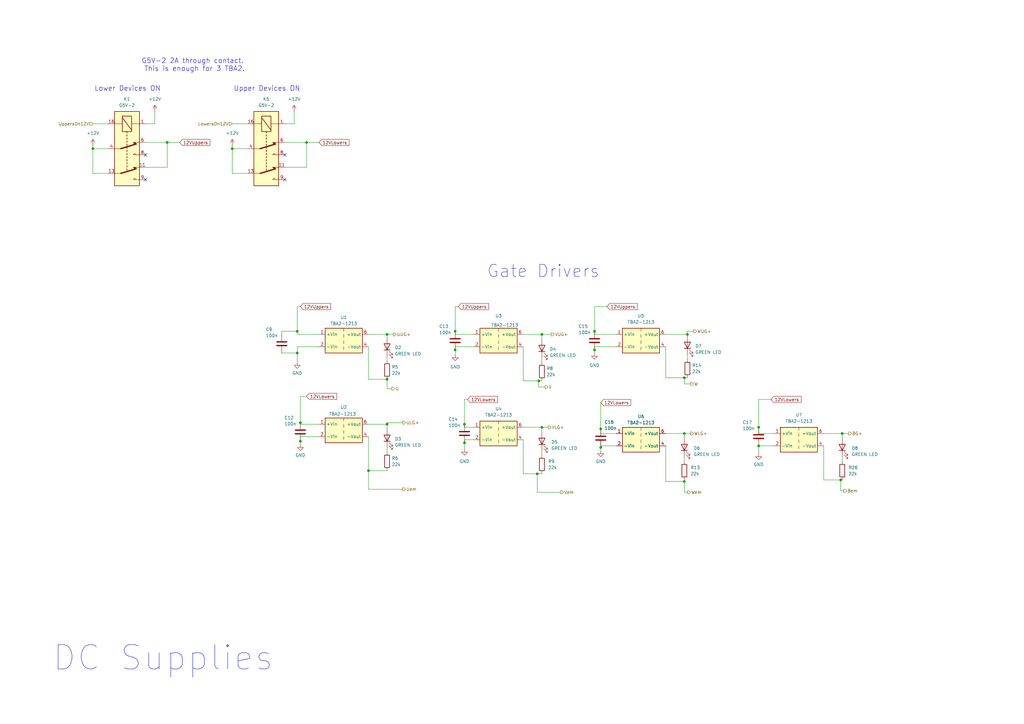
<source format=kicad_sch>
(kicad_sch (version 20231120) (generator "eeschema") (generator_version "8.0")
  (paper "A3")
  (title_block (title "GAVIM V4 TEST 137") (date "2024-06-25") (rev "04.02") (company "Nidec Drives"))
  (lib_symbols
    (symbol "Converter_DCDC:TBA2-1213"
      (property "Reference" "U" (at -6.35 6.35 0))
      (property "Value" "TBA2-1213" (at 2.54 6.35 0))
      (symbol "TBA2-1213_0_1"
        (rectangle (start -7.62 5.08) (end 7.62 -5.08) (stroke (width 0.254)) (fill (type background)))
        (polyline (pts (xy 0 -2.54) (xy 0 -3.81)))
        (polyline (pts (xy 0 0) (xy 0 -1.27)))
        (polyline (pts (xy 0 2.54) (xy 0 1.27)))
        (polyline (pts (xy 0 5.08) (xy 0 3.81)))
      )
      (symbol "TBA2-1213_1_1"
        (pin power_in line (at -10.16 2.54 0) (length 2.54) (name "+Vin") (number "1"))
        (pin power_in line (at -10.16 -2.54 0) (length 2.54) (name "-Vin") (number "2"))
        (pin power_out line (at 10.16 -2.54 180) (length 2.54) (name "-Vout") (number "4"))
        (pin power_out line (at 10.16 2.54 180) (length 2.54) (name "+Vout") (number "6"))
      )
    )
    (symbol "Device:C" (pin_numbers hide) (pin_names (offset 0.254))
      (property "Reference" "C" (at 0.635 2.54 0))
      (property "Value" "C" (at 0.635 -2.54 0))
      (symbol "C_0_1"
        (polyline (pts (xy -2.032 -0.762) (xy 2.032 -0.762)) (stroke (width 0.508)))
        (polyline (pts (xy -2.032 0.762) (xy 2.032 0.762)) (stroke (width 0.508)))
      )
      (symbol "C_1_1"
        (pin passive line (at 0 3.81 270) (length 2.794) (name "~") (number "1"))
        (pin passive line (at 0 -3.81 90) (length 2.794) (name "~") (number "2"))
      )
    )
    (symbol "Device:LED" (pin_numbers hide) (pin_names (offset 1.016) hide)
      (property "Reference" "D" (at 0 2.54 0))
      (property "Value" "LED" (at 0 -2.54 0))
      (symbol "LED_0_1"
        (polyline (pts (xy -1.27 -1.27) (xy -1.27 1.27)) (stroke (width 0.254)))
        (polyline (pts (xy -1.27 0) (xy 1.27 0)))
        (polyline (pts (xy 1.27 -1.27) (xy 1.27 1.27) (xy -1.27 0) (xy 1.27 -1.27)) (stroke (width 0.254)))
        (polyline (pts (xy -3.048 -0.762) (xy -4.572 -2.286) (xy -3.81 -2.286) (xy -4.572 -2.286) (xy -4.572 -1.524)))
        (polyline (pts (xy -1.778 -0.762) (xy -3.302 -2.286) (xy -2.54 -2.286) (xy -3.302 -2.286) (xy -3.302 -1.524)))
      )
      (symbol "LED_1_1"
        (pin passive line (at -3.81 0 0) (length 2.54) (name "K") (number "1"))
        (pin passive line (at 3.81 0 180) (length 2.54) (name "A") (number "2"))
      )
    )
    (symbol "Device:R" (pin_numbers hide) (pin_names (offset 0))
      (property "Reference" "R" (at 2.032 0 90))
      (property "Value" "R" (at 0 0 90))
      (symbol "R_0_1"
        (rectangle (start -1.016 -2.54) (end 1.016 2.54) (stroke (width 0.254)))
      )
      (symbol "R_1_1"
        (pin passive line (at 0 3.81 270) (length 1.27) (name "~") (number "1"))
        (pin passive line (at 0 -3.81 90) (length 1.27) (name "~") (number "2"))
      )
    )
    (symbol "Relay:G5V-2"
      (property "Reference" "K" (at 16.51 3.81 0))
      (property "Value" "G5V-2" (at 16.51 1.27 0))
      (symbol "G5V-2_0_1"
        (rectangle (start -15.24 5.08) (end 15.24 -5.08) (stroke (width 0.254)) (fill (type background)))
        (rectangle (start -13.335 1.905) (end -6.985 -1.905) (stroke (width 0.254)))
        (polyline (pts (xy -12.7 -1.905) (xy -7.62 1.905)) (stroke (width 0.254)))
        (polyline (pts (xy -10.16 -5.08) (xy -10.16 -1.905)))
        (polyline (pts (xy -10.16 5.08) (xy -10.16 1.905)))
        (polyline (pts (xy -6.985 0) (xy -6.35 0)) (stroke (width 0.254)))
        (polyline (pts (xy -5.715 0) (xy -5.08 0)) (stroke (width 0.254)))
        (polyline (pts (xy -4.445 0) (xy -3.81 0)) (stroke (width 0.254)))
        (polyline (pts (xy -3.175 0) (xy -2.54 0)) (stroke (width 0.254)))
        (polyline (pts (xy -1.905 0) (xy -1.27 0)) (stroke (width 0.254)))
        (polyline (pts (xy -0.635 0) (xy 0 0)) (stroke (width 0.254)))
        (polyline (pts (xy 0 -2.54) (xy -1.905 3.81)) (stroke (width 0.508)))
        (polyline (pts (xy 0 -2.54) (xy 0 -5.08)))
        (polyline (pts (xy 0.635 0) (xy 1.27 0)) (stroke (width 0.254)))
        (polyline (pts (xy 1.905 0) (xy 2.54 0)) (stroke (width 0.254)))
        (polyline (pts (xy 3.175 0) (xy 3.81 0)) (stroke (width 0.254)))
        (polyline (pts (xy 4.445 0) (xy 5.08 0)) (stroke (width 0.254)))
        (polyline (pts (xy 5.715 0) (xy 6.35 0)) (stroke (width 0.254)))
        (polyline (pts (xy 6.985 0) (xy 7.62 0)) (stroke (width 0.254)))
        (polyline (pts (xy 8.255 0) (xy 8.89 0)) (stroke (width 0.254)))
        (polyline (pts (xy 10.16 -2.54) (xy 8.255 3.81)) (stroke (width 0.508)))
        (polyline (pts (xy 10.16 -2.54) (xy 10.16 -5.08)))
        (polyline (pts (xy -2.54 5.08) (xy -2.54 2.54) (xy -1.905 3.175) (xy -2.54 3.81)) (fill (type outline)))
        (polyline (pts (xy 2.54 5.08) (xy 2.54 2.54) (xy 1.905 3.175) (xy 2.54 3.81)))
        (polyline (pts (xy 7.62 5.08) (xy 7.62 2.54) (xy 8.255 3.175) (xy 7.62 3.81)) (fill (type outline)))
        (polyline (pts (xy 12.7 5.08) (xy 12.7 2.54) (xy 12.065 3.175) (xy 12.7 3.81)))
      )
      (symbol "G5V-2_1_1"
        (pin passive line (at -10.16 7.62 270) (length 2.54) (name "~") (number "1"))
        (pin passive line (at 7.62 7.62 270) (length 2.54) (name "~") (number "11"))
        (pin passive line (at 10.16 -7.62 90) (length 2.54) (name "~") (number "13"))
        (pin passive line (at -10.16 -7.62 90) (length 2.54) (name "~") (number "16"))
        (pin passive line (at 0 -7.62 90) (length 2.54) (name "~") (number "4"))
        (pin passive line (at -2.54 7.62 270) (length 2.54) (name "~") (number "6"))
        (pin passive line (at 2.54 7.62 270) (length 2.54) (name "~") (number "8"))
        (pin passive line (at 12.7 7.62 270) (length 2.54) (name "~") (number "9"))
      )
    )
    (symbol "power:+12V" (power) (pin_numbers hide) (pin_names (offset 0) hide)
      (property "Value" "+12V" (at 0 3.556 0))
      (symbol "+12V_0_1"
        (polyline (pts (xy -0.762 1.27) (xy 0 2.54)))
        (polyline (pts (xy 0 0) (xy 0 2.54)))
        (polyline (pts (xy 0 2.54) (xy 0.762 1.27)))
      )
      (symbol "+12V_1_1"
        (pin power_in line (at 0 0 90) (length 0) (name "~") (number "1"))
      )
    )
    (symbol "power:GND" (power) (pin_names (offset 0))
      (property "Value" "GND" (at 0 -3.81 0))
      (symbol "GND_0_1"
        (polyline (pts (xy 0 0) (xy 0 -1.27) (xy 1.27 -1.27) (xy 0 -2.54) (xy -1.27 -1.27) (xy 0 -1.27)))
      )
      (symbol "GND_1_1"
        (pin power_in line (at 0 0 270) (length 0) hide (name "GND") (number "1"))
      )
    )
  )
  (junction (at 222.25 175.26))
  (junction (at 123.19 173.355))
  (junction (at 151.13 193.04))
  (junction (at 311.15 175.26))
  (junction (at 243.84 143.51))
  (junction (at 68.58 58.42))
  (junction (at 158.75 137.16))
  (junction (at 222.25 137.16))
  (junction (at 121.92 144.78))
  (junction (at 190.5 173.99))
  (junction (at 121.92 135.89))
  (junction (at 123.19 180.975))
  (junction (at 186.69 143.51))
  (junction (at 220.345 194.31))
  (junction (at 246.38 183.515))
  (junction (at 38.1 60.96))
  (junction (at 186.69 135.89))
  (junction (at 158.75 173.99))
  (junction (at 125.73 58.42))
  (junction (at 246.38 175.895))
  (junction (at 345.44 177.8))
  (junction (at 280.67 197.485))
  (junction (at 220.98 156.21))
  (junction (at 281.94 137.16))
  (junction (at 95.25 60.96))
  (junction (at 190.5 181.61))
  (junction (at 311.15 182.88))
  (junction (at 158.75 155.575))
  (junction (at 243.84 135.89))
  (junction (at 280.67 154.94))
  (junction (at 280.67 177.8))
  (junction (at 344.805 196.85))
  (no_connect (at 59.69 73.66))
  (no_connect (at 116.84 63.5))
  (no_connect (at 59.69 63.5))
  (no_connect (at 116.84 73.66))
  (wire (pts (xy 151.13 193.04) (xy 151.13 200.66)))
  (wire (pts (xy 345.44 196.85) (xy 344.805 196.85)))
  (wire (pts (xy 116.84 58.42) (xy 125.73 58.42)))
  (wire (pts (xy 280.67 157.48) (xy 280.67 154.94)))
  (wire (pts (xy 194.31 137.16) (xy 186.69 137.16)))
  (wire (pts (xy 243.84 125.73) (xy 243.84 135.89)))
  (wire (pts (xy 243.84 144.78) (xy 243.84 143.51)))
  (wire (pts (xy 281.94 137.16) (xy 281.94 135.89)))
  (wire (pts (xy 59.69 68.58) (xy 68.58 68.58)))
  (wire (pts (xy 345.44 179.705) (xy 345.44 177.8)))
  (wire (pts (xy 151.13 200.66) (xy 165.1 200.66)))
  (wire (pts (xy 116.84 68.58) (xy 125.73 68.58)))
  (wire (pts (xy 121.92 137.16) (xy 130.81 137.16)))
  (wire (pts (xy 95.25 71.12) (xy 101.6 71.12)))
  (wire (pts (xy 190.5 180.34) (xy 194.31 180.34)))
  (wire (pts (xy 345.44 189.23) (xy 345.44 187.325)))
  (wire (pts (xy 121.92 135.89) (xy 121.92 137.16)))
  (wire (pts (xy 281.94 147.32) (xy 281.94 145.415)))
  (wire (pts (xy 158.75 173.99) (xy 151.13 173.99)))
  (wire (pts (xy 246.38 182.88) (xy 252.73 182.88)))
  (wire (pts (xy 123.19 125.73) (xy 121.92 125.73)))
  (wire (pts (xy 123.19 162.56) (xy 123.19 173.355)))
  (wire (pts (xy 158.75 173.355) (xy 158.75 173.99)))
  (wire (pts (xy 346.075 201.295) (xy 344.805 201.295)))
  (wire (pts (xy 273.05 197.485) (xy 280.67 197.485)))
  (wire (pts (xy 214.63 156.21) (xy 214.63 142.24)))
  (wire (pts (xy 38.1 71.12) (xy 44.45 71.12)))
  (wire (pts (xy 190.5 184.15) (xy 190.5 181.61)))
  (wire (pts (xy 273.05 182.88) (xy 273.05 197.485)))
  (wire (pts (xy 280.67 197.485) (xy 280.67 201.93)))
  (wire (pts (xy 123.19 182.245) (xy 123.19 180.975)))
  (wire (pts (xy 222.25 194.31) (xy 220.345 194.31)))
  (wire (pts (xy 158.75 147.955) (xy 158.75 146.05)))
  (wire (pts (xy 220.345 194.31) (xy 214.63 194.31)))
  (wire (pts (xy 123.19 180.975) (xy 123.19 179.07)))
  (wire (pts (xy 280.67 179.705) (xy 280.67 177.8)))
  (wire (pts (xy 95.25 60.96) (xy 101.6 60.96)))
  (wire (pts (xy 187.96 125.73) (xy 186.69 125.73)))
  (wire (pts (xy 246.38 183.515) (xy 246.38 182.88)))
  (wire (pts (xy 311.15 177.8) (xy 311.15 175.26)))
  (wire (pts (xy 273.05 154.94) (xy 273.05 142.24)))
  (wire (pts (xy 316.23 163.83) (xy 311.15 163.83)))
  (wire (pts (xy 220.98 156.21) (xy 214.63 156.21)))
  (wire (pts (xy 68.58 68.58) (xy 68.58 58.42)))
  (wire (pts (xy 280.67 154.94) (xy 273.05 154.94)))
  (wire (pts (xy 252.73 177.8) (xy 246.38 177.8)))
  (wire (pts (xy 317.5 177.8) (xy 311.15 177.8)))
  (wire (pts (xy 121.92 142.24) (xy 130.81 142.24)))
  (wire (pts (xy 186.69 142.24) (xy 194.31 142.24)))
  (wire (pts (xy 311.15 186.055) (xy 311.15 182.88)))
  (wire (pts (xy 345.44 177.8) (xy 337.82 177.8)))
  (wire (pts (xy 344.805 196.85) (xy 337.82 196.85)))
  (wire (pts (xy 222.25 137.16) (xy 226.06 137.16)))
  (wire (pts (xy 123.19 179.07) (xy 130.81 179.07)))
  (wire (pts (xy 222.25 137.16) (xy 214.63 137.16)))
  (wire (pts (xy 158.75 138.43) (xy 158.75 137.16)))
  (wire (pts (xy 95.25 50.8) (xy 101.6 50.8)))
  (wire (pts (xy 63.5 45.72) (xy 63.5 50.8)))
  (wire (pts (xy 248.92 125.73) (xy 243.84 125.73)))
  (wire (pts (xy 68.58 58.42) (xy 73.66 58.42)))
  (wire (pts (xy 222.25 156.21) (xy 220.98 156.21)))
  (wire (pts (xy 243.84 142.24) (xy 252.73 142.24)))
  (wire (pts (xy 121.92 125.73) (xy 121.92 135.89)))
  (wire (pts (xy 280.67 177.8) (xy 283.21 177.8)))
  (wire (pts (xy 158.75 185.42) (xy 158.75 183.515)))
  (wire (pts (xy 123.19 173.99) (xy 123.19 173.355)))
  (wire (pts (xy 222.25 186.69) (xy 222.25 184.785)))
  (wire (pts (xy 125.73 162.56) (xy 123.19 162.56)))
  (wire (pts (xy 311.15 182.88) (xy 317.5 182.88)))
  (wire (pts (xy 160.655 159.385) (xy 158.75 159.385)))
  (wire (pts (xy 246.38 184.785) (xy 246.38 183.515)))
  (wire (pts (xy 280.67 189.23) (xy 280.67 187.325)))
  (wire (pts (xy 63.5 50.8) (xy 59.69 50.8)))
  (wire (pts (xy 115.57 144.78) (xy 121.92 144.78)))
  (wire (pts (xy 220.98 158.75) (xy 223.52 158.75)))
  (wire (pts (xy 222.25 175.26) (xy 214.63 175.26)))
  (wire (pts (xy 95.25 71.12) (xy 95.25 60.96)))
  (wire (pts (xy 280.67 177.8) (xy 273.05 177.8)))
  (wire (pts (xy 345.44 177.8) (xy 347.98 177.8)))
  (wire (pts (xy 222.25 148.59) (xy 222.25 146.685)))
  (wire (pts (xy 281.94 137.795) (xy 281.94 137.16)))
  (wire (pts (xy 186.69 125.73) (xy 186.69 135.89)))
  (wire (pts (xy 281.94 135.89) (xy 284.48 135.89)))
  (wire (pts (xy 158.75 137.16) (xy 151.13 137.16)))
  (wire (pts (xy 190.5 175.26) (xy 190.5 173.99)))
  (wire (pts (xy 246.38 177.8) (xy 246.38 175.895)))
  (wire (pts (xy 151.13 193.04) (xy 151.13 179.07)))
  (wire (pts (xy 243.84 137.16) (xy 252.73 137.16)))
  (wire (pts (xy 158.75 137.16) (xy 161.29 137.16)))
  (wire (pts (xy 222.25 177.165) (xy 222.25 175.26)))
  (wire (pts (xy 186.69 137.16) (xy 186.69 135.89)))
  (wire (pts (xy 222.25 139.065) (xy 222.25 137.16)))
  (wire (pts (xy 120.65 45.72) (xy 120.65 50.8)))
  (wire (pts (xy 337.82 196.85) (xy 337.82 182.88)))
  (wire (pts (xy 191.77 163.83) (xy 190.5 163.83)))
  (wire (pts (xy 281.94 201.93) (xy 280.67 201.93)))
  (wire (pts (xy 280.67 157.48) (xy 283.21 157.48)))
  (wire (pts (xy 190.5 181.61) (xy 190.5 180.34)))
  (wire (pts (xy 158.75 159.385) (xy 158.75 155.575)))
  (wire (pts (xy 220.345 201.93) (xy 229.87 201.93)))
  (wire (pts (xy 280.67 196.85) (xy 280.67 197.485)))
  (wire (pts (xy 344.805 201.295) (xy 344.805 196.85)))
  (wire (pts (xy 222.25 175.26) (xy 224.79 175.26)))
  (wire (pts (xy 59.69 58.42) (xy 68.58 58.42)))
  (wire (pts (xy 125.73 68.58) (xy 125.73 58.42)))
  (wire (pts (xy 120.65 50.8) (xy 116.84 50.8)))
  (wire (pts (xy 220.345 201.93) (xy 220.345 194.31)))
  (wire (pts (xy 158.75 155.575) (xy 151.13 155.575)))
  (wire (pts (xy 130.81 173.99) (xy 123.19 173.99)))
  (wire (pts (xy 243.84 137.16) (xy 243.84 135.89)))
  (wire (pts (xy 281.94 154.94) (xy 280.67 154.94)))
  (wire (pts (xy 38.1 60.96) (xy 44.45 60.96)))
  (wire (pts (xy 38.1 71.12) (xy 38.1 60.96)))
  (wire (pts (xy 190.5 163.83) (xy 190.5 173.99)))
  (wire (pts (xy 121.92 142.24) (xy 121.92 144.78)))
  (wire (pts (xy 158.75 173.99) (xy 158.75 175.895)))
  (wire (pts (xy 121.92 135.89) (xy 115.57 135.89)))
  (wire (pts (xy 311.15 163.83) (xy 311.15 175.26)))
  (wire (pts (xy 194.31 175.26) (xy 190.5 175.26)))
  (wire (pts (xy 281.94 137.16) (xy 273.05 137.16)))
  (wire (pts (xy 243.84 143.51) (xy 243.84 142.24)))
  (wire (pts (xy 151.13 155.575) (xy 151.13 142.24)))
  (wire (pts (xy 38.1 50.8) (xy 44.45 50.8)))
  (wire (pts (xy 186.69 145.415) (xy 186.69 143.51)))
  (wire (pts (xy 165.1 173.355) (xy 158.75 173.355)))
  (wire (pts (xy 121.92 148.59) (xy 121.92 144.78)))
  (wire (pts (xy 186.69 143.51) (xy 186.69 142.24)))
  (wire (pts (xy 151.13 193.04) (xy 158.75 193.04)))
  (wire (pts (xy 214.63 194.31) (xy 214.63 180.34)))
  (wire (pts (xy 38.1 59.69) (xy 38.1 60.96)))
  (wire (pts (xy 125.73 58.42) (xy 130.81 58.42)))
  (wire (pts (xy 220.98 156.21) (xy 220.98 158.75)))
  (wire (pts (xy 115.57 135.89) (xy 115.57 137.16)))
  (wire (pts (xy 95.25 59.69) (xy 95.25 60.96)))
  (wire (pts (xy 246.38 165.1) (xy 246.38 175.895)))
  (text "Upper Devices ON" (at 109.474 37.592 0) (effects (font (size 2 2)) (justify bottom)))
  (text "Gate Drivers" (at 199.644 114.3 0) (effects (font (size 5 5)) (justify left bottom)))
  (text "DC Supplies" (at 21.336 275.844 0) (effects (font (size 10 10)) (justify left bottom)))
  (text "Lower Devices ON\n" (at 52.324 37.592 0) (effects (font (size 2 2)) (justify bottom)))
  (text "G5V-2 2A through contact. \nThis is enough for 3 TBA2." (at 79.756 29.464 0) (effects (font (size 2 2)) (justify bottom)))
  (global_label "12VLowers" (shape input) (at 246.38 165.1 0) (property "Intersheetrefs" "${INTERSHEET_REFS}" (effects (hide yes))))
  (global_label "12VLowers" (shape input) (at 125.73 162.56 0) (property "Intersheetrefs" "${INTERSHEET_REFS}" (effects (hide yes))))
  (global_label "12VLowers" (shape input) (at 130.81 58.42 0) (property "Intersheetrefs" "${INTERSHEET_REFS}" (effects (hide yes))))
  (global_label "12VUppers" (shape input) (at 123.19 125.73 0) (property "Intersheetrefs" "${INTERSHEET_REFS}" (effects (hide yes))))
  (global_label "12VUppers" (shape input) (at 73.66 58.42 0) (property "Intersheetrefs" "${INTERSHEET_REFS}" (effects (hide yes))))
  (global_label "12VUppers" (shape input) (at 248.92 125.73 0) (property "Intersheetrefs" "${INTERSHEET_REFS}" (effects (hide yes))))
  (global_label "12VLowers" (shape input) (at 316.23 163.83 0) (property "Intersheetrefs" "${INTERSHEET_REFS}" (effects (hide yes))))
  (global_label "12VLowers" (shape input) (at 191.77 163.83 0) (property "Intersheetrefs" "${INTERSHEET_REFS}" (effects (hide yes))))
  (global_label "12VUppers" (shape input) (at 187.96 125.73 0) (property "Intersheetrefs" "${INTERSHEET_REFS}" (effects (hide yes))))
  (hierarchical_label "ULG+" (shape output) (at 165.1 173.355 0))
  (hierarchical_label "Bem" (shape output) (at 346.075 201.295 0))
  (hierarchical_label "V" (shape output) (at 223.52 158.75 0))
  (hierarchical_label "UUG+" (shape output) (at 161.29 137.16 0))
  (hierarchical_label "LowersOn12V" (shape input) (at 95.25 50.8 180))
  (hierarchical_label "UppersOn12V" (shape input) (at 38.1 50.8 180))
  (hierarchical_label "VLG+" (shape output) (at 224.79 175.26 0))
  (hierarchical_label "WLG+" (shape output) (at 283.21 177.8 0))
  (hierarchical_label "WUG+" (shape output) (at 284.48 135.89 0))
  (hierarchical_label "VUG+" (shape output) (at 226.06 137.16 0))
  (hierarchical_label "BG+" (shape output) (at 347.98 177.8 0))
  (hierarchical_label "Uem" (shape output) (at 165.1 200.66 0))
  (hierarchical_label "W" (shape output) (at 283.21 157.48 0))
  (hierarchical_label "U" (shape output) (at 160.655 159.385 0))
  (hierarchical_label "Wem" (shape output) (at 281.94 201.93 0))
  (hierarchical_label "Vem" (shape output) (at 229.87 201.93 0))
  (symbol (lib_id "Device:C") (at 311.15 179.07 0) (unit 1)
    (property "Reference" "C17" (at 304.546 173.228 0) (effects (justify left)))
    (property "Value" "100n" (at 304.546 175.768 0) (effects (justify left)))
    (property "Footprint" "Capacitor_SMD:C_0603_1608Metric_Pad1.08x0.95mm_HandSolder" (effects (hide yes)))
    (property "Description" "Unpolarized capacitor" (effects (hide yes)))
    (property "CT Part Number" "1425-6104" (effects (hide yes)))
  )
  (symbol (lib_id "Device:C") (at 246.38 179.705 0) (unit 1)
    (property "Reference" "C16" (at 247.904 173.101 0) (effects (justify left)))
    (property "Value" "100n" (at 247.904 175.641 0) (effects (justify left)))
    (property "Footprint" "Capacitor_SMD:C_0603_1608Metric_Pad1.08x0.95mm_HandSolder" (effects (hide yes)))
    (property "Description" "Unpolarized capacitor" (effects (hide yes)))
    (property "CT Part Number" "1425-6104" (effects (hide yes)))
  )
  (symbol (lib_id "Device:LED") (at 158.75 142.24 90) (unit 1)
    (property "Reference" "D2" (at 161.925 142.5575 90) (effects (justify right)))
    (property "Value" "GREEN LED" (at 161.925 145.0975 90) (effects (justify right)))
    (property "Footprint" "LED_THT:LED_D4.0mm" (effects (hide yes)))
    (property "CT Part Number" "N/A" (effects (hide yes)))
  )
  (symbol (lib_id "power:+12V") (at 95.25 59.69 0) (unit 1)
    (property "Reference" "#PWR025" (effects (hide yes)))
    (property "Value" "+12V" (at 95.25 54.61 0))
    (property "Description" "Power symbol creates a global label with name \"+12V\"" (effects (hide yes)))
  )
  (symbol (lib_id "power:+12V") (at 38.1 59.69 0) (unit 1)
    (property "Reference" "#PWR07" (effects (hide yes)))
    (property "Value" "+12V" (at 38.1 54.61 0))
    (property "Description" "Power symbol creates a global label with name \"+12V\"" (effects (hide yes)))
  )
  (symbol (lib_id "Device:C") (at 123.19 177.165 0) (unit 1)
    (property "Reference" "C12" (at 116.586 171.323 0) (effects (justify left)))
    (property "Value" "100n" (at 116.586 173.863 0) (effects (justify left)))
    (property "Footprint" "Capacitor_SMD:C_0603_1608Metric_Pad1.08x0.95mm_HandSolder" (effects (hide yes)))
    (property "Description" "Unpolarized capacitor" (effects (hide yes)))
    (property "CT Part Number" "1425-6104" (effects (hide yes)))
  )
  (symbol (lib_id "Converter_DCDC:TBA2-1213") (at 262.89 139.7 0) (unit 1)
    (property "Reference" "U5" (at 262.89 129.54 0))
    (property "Value" "TBA2-1213" (at 262.89 132.08 0))
    (property "Footprint" "Imported Parts:TBA21213" (effects (hide yes)))
    (property "Datasheet" "https://www.tracopower.com/products/tba2.pdf" (effects (hide yes)))
    (property "Description" "2W DC/DC converter unregulated, 10.8-13.2V input, 15V fixed output voltage, 130mA output, 1.5kVDC isolation, SIP-7" (effects (hide yes)))
    (property "CT Part Number" "3220-0530" (effects (hide yes)))
    (property "Link (Ext)" "https://www.mouser.co.uk/ProductDetail/TRACO-Power/TBA-2-1213?qs=byeeYqUIh0MnO2txlPZwMQ%3D%3D" (effects (hide yes)))
  )
  (symbol (lib_id "Device:LED") (at 281.94 141.605 90) (unit 1)
    (property "Reference" "D7" (at 285.115 141.9225 90) (effects (justify right)))
    (property "Value" "GREEN LED" (at 285.115 144.4625 90) (effects (justify right)))
    (property "Footprint" "LED_THT:LED_D4.0mm" (effects (hide yes)))
    (property "CT Part Number" "N/A" (effects (hide yes)))
  )
  (symbol (lib_id "Device:LED") (at 222.25 180.975 90) (unit 1)
    (property "Reference" "D5" (at 226.06 181.2925 90) (effects (justify right)))
    (property "Value" "GREEN LED" (at 226.06 183.8325 90) (effects (justify right)))
    (property "Footprint" "LED_THT:LED_D4.0mm" (effects (hide yes)))
    (property "CT Part Number" "N/A" (effects (hide yes)))
  )
  (symbol (lib_id "Device:C") (at 186.69 139.7 0) (unit 1)
    (property "Reference" "C13" (at 180.086 133.858 0) (effects (justify left)))
    (property "Value" "100n" (at 180.086 136.398 0) (effects (justify left)))
    (property "Footprint" "Capacitor_SMD:C_0603_1608Metric_Pad1.08x0.95mm_HandSolder" (effects (hide yes)))
    (property "Description" "Unpolarized capacitor" (effects (hide yes)))
    (property "CT Part Number" "1425-6104" (effects (hide yes)))
  )
  (symbol (lib_id "Converter_DCDC:TBA2-1213") (at 262.89 180.34 0) (unit 1)
    (property "Reference" "U6" (at 262.89 170.815 0))
    (property "Value" "TBA2-1213" (at 262.89 173.355 0))
    (property "Footprint" "Imported Parts:TBA21213" (effects (hide yes)))
    (property "Datasheet" "https://www.tracopower.com/products/tba2.pdf" (effects (hide yes)))
    (property "Description" "2W DC/DC converter unregulated, 10.8-13.2V input, 15V fixed output voltage, 130mA output, 1.5kVDC isolation, SIP-7" (effects (hide yes)))
    (property "CT Part Number" "3220-0530" (effects (hide yes)))
    (property "Link (Ext)" "https://www.mouser.co.uk/ProductDetail/TRACO-Power/TBA-2-1213?qs=byeeYqUIh0MnO2txlPZwMQ%3D%3D" (effects (hide yes)))
  )
  (symbol (lib_id "power:GND") (at 311.15 186.055 0) (unit 1)
    (property "Reference" "#PWR021" (effects (hide yes)))
    (property "Value" "GND" (at 311.15 190.5 0))
  )
  (symbol (lib_id "Device:R") (at 281.94 151.13 0) (unit 1)
    (property "Reference" "R14" (at 283.845 149.86 0) (effects (justify left)))
    (property "Value" "22k" (at 283.845 152.4 0) (effects (justify left)))
    (property "Footprint" "Resistor_SMD:R_0603_1608Metric_Pad0.98x0.95mm_HandSolder" (effects (hide yes)))
    (property "CT Part Number" "1127-4101" (effects (hide yes)))
  )
  (symbol (lib_id "Converter_DCDC:TBA2-1213") (at 204.47 139.7 0) (unit 1)
    (property "Reference" "U3" (at 204.47 129.54 0))
    (property "Value" "TBA2-1213" (at 207.01 133.35 0))
    (property "Footprint" "Imported Parts:TBA21213" (effects (hide yes)))
    (property "Datasheet" "https://www.tracopower.com/products/tba2.pdf" (effects (hide yes)))
    (property "Description" "2W DC/DC converter unregulated, 10.8-13.2V input, 15V fixed output voltage, 130mA output, 1.5kVDC isolation, SIP-7" (effects (hide yes)))
    (property "CT Part Number" "3220-0530" (effects (hide yes)))
    (property "Link (Ext)" "https://www.mouser.co.uk/ProductDetail/TRACO-Power/TBA-2-1213?qs=byeeYqUIh0MnO2txlPZwMQ%3D%3D" (effects (hide yes)))
  )
  (symbol (lib_id "Device:R") (at 158.75 151.765 0) (unit 1)
    (property "Reference" "R5" (at 160.655 150.495 0) (effects (justify left)))
    (property "Value" "22k" (at 160.655 153.035 0) (effects (justify left)))
    (property "Footprint" "Resistor_SMD:R_0603_1608Metric_Pad0.98x0.95mm_HandSolder" (effects (hide yes)))
    (property "CT Part Number" "1127-4101" (effects (hide yes)))
  )
  (symbol (lib_id "Device:R") (at 158.75 189.23 0) (unit 1)
    (property "Reference" "R6" (at 160.655 187.96 0) (effects (justify left)))
    (property "Value" "22k" (at 160.655 190.5 0) (effects (justify left)))
    (property "Footprint" "Resistor_SMD:R_0603_1608Metric_Pad0.98x0.95mm_HandSolder" (effects (hide yes)))
    (property "CT Part Number" "1127-4101" (effects (hide yes)))
  )
  (symbol (lib_id "power:GND") (at 123.19 182.245 0) (unit 1)
    (property "Reference" "#PWR09" (effects (hide yes)))
    (property "Value" "GND" (at 123.19 186.69 0))
  )
  (symbol (lib_id "power:GND") (at 121.92 148.59 0) (unit 1)
    (property "Reference" "#PWR08" (effects (hide yes)))
    (property "Value" "GND" (at 121.92 153.035 0))
  )
  (symbol (lib_id "Device:LED") (at 222.25 142.875 90) (unit 1)
    (property "Reference" "D4" (at 225.425 143.1925 90) (effects (justify right)))
    (property "Value" "GREEN LED" (at 225.425 145.7325 90) (effects (justify right)))
    (property "Footprint" "LED_THT:LED_D4.0mm" (effects (hide yes)))
    (property "CT Part Number" "N/A" (effects (hide yes)))
  )
  (symbol (lib_id "Converter_DCDC:TBA2-1213") (at 140.97 139.7 0) (unit 1)
    (property "Reference" "U1" (at 140.97 130.175 0))
    (property "Value" "TBA2-1213" (at 140.97 132.715 0))
    (property "Footprint" "Imported Parts:TBA21213" (effects (hide yes)))
    (property "Datasheet" "https://www.tracopower.com/products/tba2.pdf" (effects (hide yes)))
    (property "Description" "2W DC/DC converter unregulated, 10.8-13.2V input, 15V fixed output voltage, 130mA output, 1.5kVDC isolation, SIP-7" (effects (hide yes)))
    (property "CT Part Number" "3220-0530" (effects (hide yes)))
    (property "Link (Ext)" "https://www.mouser.co.uk/ProductDetail/TRACO-Power/TBA-2-1213?qs=byeeYqUIh0MnO2txlPZwMQ%3D%3D" (effects (hide yes)))
  )
  (symbol (lib_id "power:GND") (at 246.38 184.785 0) (unit 1)
    (property "Reference" "#PWR016" (effects (hide yes)))
    (property "Value" "GND" (at 246.38 189.23 0))
  )
  (symbol (lib_id "power:GND") (at 243.84 144.78 0) (unit 1)
    (property "Reference" "#PWR015" (effects (hide yes)))
    (property "Value" "GND" (at 243.84 149.86 0))
  )
  (symbol (lib_id "Relay:G5V-2") (at 52.07 60.96 270) (unit 1)
    (property "Reference" "K1" (at 52.07 40.64 90))
    (property "Value" "G5V-2" (at 52.07 43.18 90))
    (property "Footprint" "Relay_THT:Relay_DPDT_Omron_G5V-2" (effects (hide yes)))
    (property "Datasheet" "http://omronfs.omron.com/en_US/ecb/products/pdf/en-g5v_2.pdf" (effects (hide yes)))
    (property "Description" "Relay Miniature Omron DPDT" (effects (hide yes)))
  )
  (symbol (lib_id "Converter_DCDC:TBA2-1213") (at 140.97 176.53 0) (unit 1)
    (property "Reference" "U2" (at 140.97 167.005 0))
    (property "Value" "TBA2-1213" (at 140.462 169.799 0))
    (property "Footprint" "Imported Parts:TBA21213" (effects (hide yes)))
    (property "Datasheet" "https://www.tracopower.com/products/tba2.pdf" (effects (hide yes)))
    (property "Description" "2W DC/DC converter unregulated, 10.8-13.2V input, 15V fixed output voltage, 130mA output, 1.5kVDC isolation, SIP-7" (effects (hide yes)))
    (property "CT Part Number" "3220-0530" (effects (hide yes)))
    (property "Link (Ext)" "https://www.mouser.co.uk/ProductDetail/TRACO-Power/TBA-2-1213?qs=byeeYqUIh0MnO2txlPZwMQ%3D%3D" (effects (hide yes)))
  )
  (symbol (lib_id "power:GND") (at 186.69 145.415 0) (unit 1)
    (property "Reference" "#PWR013" (effects (hide yes)))
    (property "Value" "GND" (at 186.69 150.495 0))
  )
  (symbol (lib_id "Device:R") (at 345.44 193.04 0) (unit 1)
    (property "Reference" "R26" (at 347.98 191.77 0) (effects (justify left)))
    (property "Value" "22k" (at 347.98 194.31 0) (effects (justify left)))
    (property "Footprint" "Resistor_SMD:R_0603_1608Metric_Pad0.98x0.95mm_HandSolder" (effects (hide yes)))
    (property "CT Part Number" "1127-4101" (effects (hide yes)))
  )
  (symbol (lib_id "power:+12V") (at 63.5 45.72 0) (unit 1)
    (property "Reference" "#PWR024" (effects (hide yes)))
    (property "Value" "+12V" (at 63.5 40.64 0))
    (property "Description" "Power symbol creates a global label with name \"+12V\"" (effects (hide yes)))
  )
  (symbol (lib_id "power:+12V") (at 120.65 45.72 0) (unit 1)
    (property "Reference" "#PWR034" (effects (hide yes)))
    (property "Value" "+12V" (at 120.65 40.64 0))
    (property "Description" "Power symbol creates a global label with name \"+12V\"" (effects (hide yes)))
  )
  (symbol (lib_id "power:GND") (at 190.5 184.15 0) (unit 1)
    (property "Reference" "#PWR014" (effects (hide yes)))
    (property "Value" "GND" (at 190.5 189.23 0))
  )
  (symbol (lib_id "Converter_DCDC:TBA2-1213") (at 204.47 177.8 0) (unit 1)
    (property "Reference" "U4" (at 204.47 167.64 0))
    (property "Value" "TBA2-1213" (at 204.47 170.18 0))
    (property "Footprint" "Imported Parts:TBA21213" (effects (hide yes)))
    (property "Datasheet" "https://www.tracopower.com/products/tba2.pdf" (effects (hide yes)))
    (property "Description" "2W DC/DC converter unregulated, 10.8-13.2V input, 15V fixed output voltage, 130mA output, 1.5kVDC isolation, SIP-7" (effects (hide yes)))
    (property "CT Part Number" "3220-0530" (effects (hide yes)))
    (property "Link (Ext)" "https://www.mouser.co.uk/ProductDetail/TRACO-Power/TBA-2-1213?qs=byeeYqUIh0MnO2txlPZwMQ%3D%3D" (effects (hide yes)))
  )
  (symbol (lib_id "Device:LED") (at 280.67 183.515 90) (unit 1)
    (property "Reference" "D6" (at 284.48 183.8325 90) (effects (justify right)))
    (property "Value" "GREEN LED" (at 284.48 186.3725 90) (effects (justify right)))
    (property "Footprint" "LED_THT:LED_D4.0mm" (effects (hide yes)))
    (property "CT Part Number" "N/A" (effects (hide yes)))
  )
  (symbol (lib_id "Device:LED") (at 345.44 183.515 90) (unit 1)
    (property "Reference" "D8" (at 349.25 183.8325 90) (effects (justify right)))
    (property "Value" "GREEN LED" (at 349.25 186.3725 90) (effects (justify right)))
    (property "Footprint" "LED_THT:LED_D4.0mm" (effects (hide yes)))
    (property "CT Part Number" "N/A" (effects (hide yes)))
  )
  (symbol (lib_id "Device:R") (at 222.25 190.5 0) (unit 1)
    (property "Reference" "R9" (at 224.79 189.23 0) (effects (justify left)))
    (property "Value" "22k" (at 224.79 191.77 0) (effects (justify left)))
    (property "Footprint" "Resistor_SMD:R_0603_1608Metric_Pad0.98x0.95mm_HandSolder" (effects (hide yes)))
    (property "CT Part Number" "1127-4101" (effects (hide yes)))
  )
  (symbol (lib_id "Converter_DCDC:TBA2-1213") (at 327.66 180.34 0) (unit 1)
    (property "Reference" "U7" (at 327.66 170.18 0))
    (property "Value" "TBA2-1213" (at 327.66 172.72 0))
    (property "Footprint" "Imported Parts:TBA21213" (effects (hide yes)))
    (property "Datasheet" "https://www.tracopower.com/products/tba2.pdf" (effects (hide yes)))
    (property "Description" "2W DC/DC converter unregulated, 10.8-13.2V input, 15V fixed output voltage, 130mA output, 1.5kVDC isolation, SIP-7" (effects (hide yes)))
    (property "CT Part Number" "3220-0530" (effects (hide yes)))
    (property "Link (Ext)" "https://www.mouser.co.uk/ProductDetail/TRACO-Power/TBA-2-1213?qs=byeeYqUIh0MnO2txlPZwMQ%3D%3D" (effects (hide yes)))
  )
  (symbol (lib_id "Device:C") (at 243.84 139.7 0) (unit 1)
    (property "Reference" "C15" (at 237.236 133.858 0) (effects (justify left)))
    (property "Value" "100n" (at 237.236 136.398 0) (effects (justify left)))
    (property "Footprint" "Capacitor_SMD:C_0603_1608Metric_Pad1.08x0.95mm_HandSolder" (effects (hide yes)))
    (property "Description" "Unpolarized capacitor" (effects (hide yes)))
    (property "CT Part Number" "1425-6104" (effects (hide yes)))
  )
  (symbol (lib_id "Device:C") (at 115.57 140.97 0) (unit 1)
    (property "Reference" "C9" (at 108.966 135.128 0) (effects (justify left)))
    (property "Value" "100n" (at 108.966 137.668 0) (effects (justify left)))
    (property "Footprint" "Capacitor_SMD:C_0603_1608Metric_Pad1.08x0.95mm_HandSolder" (effects (hide yes)))
    (property "Description" "Unpolarized capacitor" (effects (hide yes)))
    (property "CT Part Number" "1425-6104" (effects (hide yes)))
  )
  (symbol (lib_id "Device:R") (at 280.67 193.04 0) (unit 1)
    (property "Reference" "R13" (at 283.21 191.77 0) (effects (justify left)))
    (property "Value" "22k" (at 283.21 194.31 0) (effects (justify left)))
    (property "Footprint" "Resistor_SMD:R_0603_1608Metric_Pad0.98x0.95mm_HandSolder" (effects (hide yes)))
    (property "CT Part Number" "1127-4101" (effects (hide yes)))
  )
  (symbol (lib_id "Device:R") (at 222.25 152.4 0) (unit 1)
    (property "Reference" "R8" (at 224.155 151.13 0) (effects (justify left)))
    (property "Value" "22k" (at 224.155 153.67 0) (effects (justify left)))
    (property "Footprint" "Resistor_SMD:R_0603_1608Metric_Pad0.98x0.95mm_HandSolder" (effects (hide yes)))
    (property "CT Part Number" "1127-4101" (effects (hide yes)))
  )
  (symbol (lib_id "Relay:G5V-2") (at 109.22 60.96 270) (unit 1)
    (property "Reference" "K5" (at 109.22 40.64 90))
    (property "Value" "G5V-2" (at 109.22 43.18 90))
    (property "Footprint" "Relay_THT:Relay_DPDT_Omron_G5V-2" (effects (hide yes)))
    (property "Datasheet" "http://omronfs.omron.com/en_US/ecb/products/pdf/en-g5v_2.pdf" (effects (hide yes)))
    (property "Description" "Relay Miniature Omron DPDT" (effects (hide yes)))
  )
  (symbol (lib_id "Device:C") (at 190.5 177.8 0) (unit 1)
    (property "Reference" "C14" (at 183.896 171.958 0) (effects (justify left)))
    (property "Value" "100n" (at 183.896 174.498 0) (effects (justify left)))
    (property "Footprint" "Capacitor_SMD:C_0603_1608Metric_Pad1.08x0.95mm_HandSolder" (effects (hide yes)))
    (property "Description" "Unpolarized capacitor" (effects (hide yes)))
    (property "CT Part Number" "1425-6104" (effects (hide yes)))
  )
  (symbol (lib_id "Device:LED") (at 158.75 179.705 90) (unit 1)
    (property "Reference" "D3" (at 161.925 180.0225 90) (effects (justify right)))
    (property "Value" "GREEN LED" (at 161.925 182.5625 90) (effects (justify right)))
    (property "Footprint" "LED_THT:LED_D4.0mm" (effects (hide yes)))
    (property "CT Part Number" "N/A" (effects (hide yes)))
  )
)
</source>
